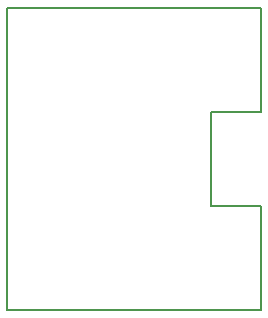
<source format=gbr>
G04 #@! TF.FileFunction,Profile,NP*
%FSLAX46Y46*%
G04 Gerber Fmt 4.6, Leading zero omitted, Abs format (unit mm)*
G04 Created by KiCad (PCBNEW 4.0.0-rc1-stable) date 15/08/2017 21:27:56*
%MOMM*%
G01*
G04 APERTURE LIST*
%ADD10C,0.076200*%
%ADD11C,0.150000*%
G04 APERTURE END LIST*
D10*
D11*
X173250000Y-42000000D02*
X173250000Y-50000000D01*
X177500000Y-42000000D02*
X177500000Y-33250000D01*
X177500000Y-33250000D02*
X156000000Y-33250000D01*
X173250000Y-50000000D02*
X177500000Y-50000000D01*
X177500000Y-50000000D02*
X177500000Y-58750000D01*
X173250000Y-42000000D02*
X177500000Y-42000000D01*
X156000000Y-58750000D02*
X177500000Y-58750000D01*
X156000000Y-33250000D02*
X156000000Y-58750000D01*
M02*

</source>
